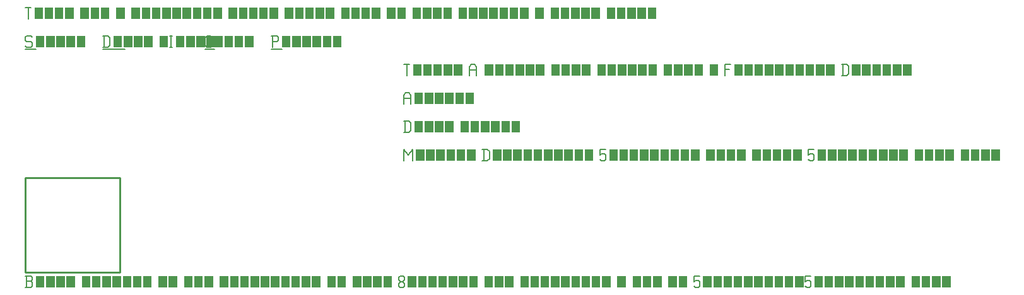
<source format=gbr>
G04 start of page 3 for group -1 layer_idx 16777221 *
G04 Title: A single zero length line, <virtual group> *
G04 Creator: <version>
G04 CreationDate: <date>
G04 For:  *
G04 Format: Gerber/RS-274X *
G04 PCB-Dimensions: 50000 50000 *
G04 PCB-Coordinate-Origin: lower left *
%MOIN*%
%FSLAX25Y25*%
%LNFAB*%
%ADD14C,0.0100*%
%ADD13C,0.0001*%
%ADD12C,0.0060*%
G54D12*X3000Y125000D02*X3750Y124250D01*
X750Y125000D02*X3000D01*
X0Y124250D02*X750Y125000D01*
X0Y124250D02*Y122750D01*
X750Y122000D01*
X3000D01*
X3750Y121250D01*
Y119750D01*
X3000Y119000D02*X3750Y119750D01*
X750Y119000D02*X3000D01*
X0Y119750D02*X750Y119000D01*
G54D13*G36*
X5550Y125000D02*Y119000D01*
X10050D01*
Y125000D01*
X5550D01*
G37*
G36*
X10950D02*Y119000D01*
X15450D01*
Y125000D01*
X10950D01*
G37*
G36*
X16350D02*Y119000D01*
X20850D01*
Y125000D01*
X16350D01*
G37*
G36*
X21750D02*Y119000D01*
X26250D01*
Y125000D01*
X21750D01*
G37*
G36*
X27150D02*Y119000D01*
X31650D01*
Y125000D01*
X27150D01*
G37*
G54D12*X0Y118000D02*X5550D01*
X41750Y125000D02*Y119000D01*
X43700Y125000D02*X44750Y123950D01*
Y120050D01*
X43700Y119000D02*X44750Y120050D01*
X41000Y119000D02*X43700D01*
X41000Y125000D02*X43700D01*
G54D13*G36*
X46550D02*Y119000D01*
X51050D01*
Y125000D01*
X46550D01*
G37*
G36*
X51950D02*Y119000D01*
X56450D01*
Y125000D01*
X51950D01*
G37*
G36*
X57350D02*Y119000D01*
X61850D01*
Y125000D01*
X57350D01*
G37*
G36*
X62750D02*Y119000D01*
X67250D01*
Y125000D01*
X62750D01*
G37*
G36*
X70850D02*Y119000D01*
X75350D01*
Y125000D01*
X70850D01*
G37*
G54D12*X76250D02*X77750D01*
X77000D02*Y119000D01*
X76250D02*X77750D01*
G54D13*G36*
X79550Y125000D02*Y119000D01*
X84050D01*
Y125000D01*
X79550D01*
G37*
G36*
X84950D02*Y119000D01*
X89450D01*
Y125000D01*
X84950D01*
G37*
G36*
X90350D02*Y119000D01*
X94850D01*
Y125000D01*
X90350D01*
G37*
G36*
X95750D02*Y119000D01*
X100250D01*
Y125000D01*
X95750D01*
G37*
G54D12*X41000Y118000D02*X52550D01*
X96050Y119000D02*X98000D01*
X95000Y120050D02*X96050Y119000D01*
X95000Y123950D02*Y120050D01*
Y123950D02*X96050Y125000D01*
X98000D01*
G54D13*G36*
X99800D02*Y119000D01*
X104300D01*
Y125000D01*
X99800D01*
G37*
G36*
X105200D02*Y119000D01*
X109700D01*
Y125000D01*
X105200D01*
G37*
G36*
X110600D02*Y119000D01*
X115100D01*
Y125000D01*
X110600D01*
G37*
G36*
X116000D02*Y119000D01*
X120500D01*
Y125000D01*
X116000D01*
G37*
G54D12*X95000Y118000D02*X99800D01*
X130750Y125000D02*Y119000D01*
X130000Y125000D02*X133000D01*
X133750Y124250D01*
Y122750D01*
X133000Y122000D02*X133750Y122750D01*
X130750Y122000D02*X133000D01*
G54D13*G36*
X135550Y125000D02*Y119000D01*
X140050D01*
Y125000D01*
X135550D01*
G37*
G36*
X140950D02*Y119000D01*
X145450D01*
Y125000D01*
X140950D01*
G37*
G36*
X146350D02*Y119000D01*
X150850D01*
Y125000D01*
X146350D01*
G37*
G36*
X151750D02*Y119000D01*
X156250D01*
Y125000D01*
X151750D01*
G37*
G36*
X157150D02*Y119000D01*
X161650D01*
Y125000D01*
X157150D01*
G37*
G36*
X162550D02*Y119000D01*
X167050D01*
Y125000D01*
X162550D01*
G37*
G54D12*X130000Y118000D02*X135550D01*
X0Y140000D02*X3000D01*
X1500D02*Y134000D01*
G54D13*G36*
X4800Y140000D02*Y134000D01*
X9300D01*
Y140000D01*
X4800D01*
G37*
G36*
X10200D02*Y134000D01*
X14700D01*
Y140000D01*
X10200D01*
G37*
G36*
X15600D02*Y134000D01*
X20100D01*
Y140000D01*
X15600D01*
G37*
G36*
X21000D02*Y134000D01*
X25500D01*
Y140000D01*
X21000D01*
G37*
G36*
X29100D02*Y134000D01*
X33600D01*
Y140000D01*
X29100D01*
G37*
G36*
X34500D02*Y134000D01*
X39000D01*
Y140000D01*
X34500D01*
G37*
G36*
X39900D02*Y134000D01*
X44400D01*
Y140000D01*
X39900D01*
G37*
G36*
X48000D02*Y134000D01*
X52500D01*
Y140000D01*
X48000D01*
G37*
G36*
X56100D02*Y134000D01*
X60600D01*
Y140000D01*
X56100D01*
G37*
G36*
X61500D02*Y134000D01*
X66000D01*
Y140000D01*
X61500D01*
G37*
G36*
X66900D02*Y134000D01*
X71400D01*
Y140000D01*
X66900D01*
G37*
G36*
X72300D02*Y134000D01*
X76800D01*
Y140000D01*
X72300D01*
G37*
G36*
X77700D02*Y134000D01*
X82200D01*
Y140000D01*
X77700D01*
G37*
G36*
X83100D02*Y134000D01*
X87600D01*
Y140000D01*
X83100D01*
G37*
G36*
X88500D02*Y134000D01*
X93000D01*
Y140000D01*
X88500D01*
G37*
G36*
X93900D02*Y134000D01*
X98400D01*
Y140000D01*
X93900D01*
G37*
G36*
X99300D02*Y134000D01*
X103800D01*
Y140000D01*
X99300D01*
G37*
G36*
X107400D02*Y134000D01*
X111900D01*
Y140000D01*
X107400D01*
G37*
G36*
X112800D02*Y134000D01*
X117300D01*
Y140000D01*
X112800D01*
G37*
G36*
X118200D02*Y134000D01*
X122700D01*
Y140000D01*
X118200D01*
G37*
G36*
X123600D02*Y134000D01*
X128100D01*
Y140000D01*
X123600D01*
G37*
G36*
X129000D02*Y134000D01*
X133500D01*
Y140000D01*
X129000D01*
G37*
G36*
X137100D02*Y134000D01*
X141600D01*
Y140000D01*
X137100D01*
G37*
G36*
X142500D02*Y134000D01*
X147000D01*
Y140000D01*
X142500D01*
G37*
G36*
X147900D02*Y134000D01*
X152400D01*
Y140000D01*
X147900D01*
G37*
G36*
X153300D02*Y134000D01*
X157800D01*
Y140000D01*
X153300D01*
G37*
G36*
X158700D02*Y134000D01*
X163200D01*
Y140000D01*
X158700D01*
G37*
G36*
X166800D02*Y134000D01*
X171300D01*
Y140000D01*
X166800D01*
G37*
G36*
X172200D02*Y134000D01*
X176700D01*
Y140000D01*
X172200D01*
G37*
G36*
X177600D02*Y134000D01*
X182100D01*
Y140000D01*
X177600D01*
G37*
G36*
X183000D02*Y134000D01*
X187500D01*
Y140000D01*
X183000D01*
G37*
G36*
X191100D02*Y134000D01*
X195600D01*
Y140000D01*
X191100D01*
G37*
G36*
X196500D02*Y134000D01*
X201000D01*
Y140000D01*
X196500D01*
G37*
G36*
X204600D02*Y134000D01*
X209100D01*
Y140000D01*
X204600D01*
G37*
G36*
X210000D02*Y134000D01*
X214500D01*
Y140000D01*
X210000D01*
G37*
G36*
X215400D02*Y134000D01*
X219900D01*
Y140000D01*
X215400D01*
G37*
G36*
X220800D02*Y134000D01*
X225300D01*
Y140000D01*
X220800D01*
G37*
G36*
X228900D02*Y134000D01*
X233400D01*
Y140000D01*
X228900D01*
G37*
G36*
X234300D02*Y134000D01*
X238800D01*
Y140000D01*
X234300D01*
G37*
G36*
X239700D02*Y134000D01*
X244200D01*
Y140000D01*
X239700D01*
G37*
G36*
X245100D02*Y134000D01*
X249600D01*
Y140000D01*
X245100D01*
G37*
G36*
X250500D02*Y134000D01*
X255000D01*
Y140000D01*
X250500D01*
G37*
G36*
X255900D02*Y134000D01*
X260400D01*
Y140000D01*
X255900D01*
G37*
G36*
X261300D02*Y134000D01*
X265800D01*
Y140000D01*
X261300D01*
G37*
G36*
X269400D02*Y134000D01*
X273900D01*
Y140000D01*
X269400D01*
G37*
G36*
X277500D02*Y134000D01*
X282000D01*
Y140000D01*
X277500D01*
G37*
G36*
X282900D02*Y134000D01*
X287400D01*
Y140000D01*
X282900D01*
G37*
G36*
X288300D02*Y134000D01*
X292800D01*
Y140000D01*
X288300D01*
G37*
G36*
X293700D02*Y134000D01*
X298200D01*
Y140000D01*
X293700D01*
G37*
G36*
X299100D02*Y134000D01*
X303600D01*
Y140000D01*
X299100D01*
G37*
G36*
X307200D02*Y134000D01*
X311700D01*
Y140000D01*
X307200D01*
G37*
G36*
X312600D02*Y134000D01*
X317100D01*
Y140000D01*
X312600D01*
G37*
G36*
X318000D02*Y134000D01*
X322500D01*
Y140000D01*
X318000D01*
G37*
G36*
X323400D02*Y134000D01*
X327900D01*
Y140000D01*
X323400D01*
G37*
G36*
X328800D02*Y134000D01*
X333300D01*
Y140000D01*
X328800D01*
G37*
G54D14*X0Y50000D02*X50000D01*
X0D02*Y0D01*
X50000Y50000D02*Y0D01*
X0D02*X50000D01*
G54D12*X200000Y65000D02*Y59000D01*
Y65000D02*X202250Y62000D01*
X204500Y65000D01*
Y59000D01*
G54D13*G36*
X206300Y65000D02*Y59000D01*
X210800D01*
Y65000D01*
X206300D01*
G37*
G36*
X211700D02*Y59000D01*
X216200D01*
Y65000D01*
X211700D01*
G37*
G36*
X217100D02*Y59000D01*
X221600D01*
Y65000D01*
X217100D01*
G37*
G36*
X222500D02*Y59000D01*
X227000D01*
Y65000D01*
X222500D01*
G37*
G36*
X227900D02*Y59000D01*
X232400D01*
Y65000D01*
X227900D01*
G37*
G36*
X233300D02*Y59000D01*
X237800D01*
Y65000D01*
X233300D01*
G37*
G54D12*X242150D02*Y59000D01*
X244100Y65000D02*X245150Y63950D01*
Y60050D01*
X244100Y59000D02*X245150Y60050D01*
X241400Y59000D02*X244100D01*
X241400Y65000D02*X244100D01*
G54D13*G36*
X246950D02*Y59000D01*
X251450D01*
Y65000D01*
X246950D01*
G37*
G36*
X252350D02*Y59000D01*
X256850D01*
Y65000D01*
X252350D01*
G37*
G36*
X257750D02*Y59000D01*
X262250D01*
Y65000D01*
X257750D01*
G37*
G36*
X263150D02*Y59000D01*
X267650D01*
Y65000D01*
X263150D01*
G37*
G36*
X268550D02*Y59000D01*
X273050D01*
Y65000D01*
X268550D01*
G37*
G36*
X273950D02*Y59000D01*
X278450D01*
Y65000D01*
X273950D01*
G37*
G36*
X279350D02*Y59000D01*
X283850D01*
Y65000D01*
X279350D01*
G37*
G36*
X284750D02*Y59000D01*
X289250D01*
Y65000D01*
X284750D01*
G37*
G36*
X290150D02*Y59000D01*
X294650D01*
Y65000D01*
X290150D01*
G37*
G36*
X295550D02*Y59000D01*
X300050D01*
Y65000D01*
X295550D01*
G37*
G54D12*X303650D02*X306650D01*
X303650D02*Y62000D01*
X304400Y62750D01*
X305900D01*
X306650Y62000D01*
Y59750D01*
X305900Y59000D02*X306650Y59750D01*
X304400Y59000D02*X305900D01*
X303650Y59750D02*X304400Y59000D01*
G54D13*G36*
X308450Y65000D02*Y59000D01*
X312950D01*
Y65000D01*
X308450D01*
G37*
G36*
X313850D02*Y59000D01*
X318350D01*
Y65000D01*
X313850D01*
G37*
G36*
X319250D02*Y59000D01*
X323750D01*
Y65000D01*
X319250D01*
G37*
G36*
X324650D02*Y59000D01*
X329150D01*
Y65000D01*
X324650D01*
G37*
G36*
X330050D02*Y59000D01*
X334550D01*
Y65000D01*
X330050D01*
G37*
G36*
X335450D02*Y59000D01*
X339950D01*
Y65000D01*
X335450D01*
G37*
G36*
X340850D02*Y59000D01*
X345350D01*
Y65000D01*
X340850D01*
G37*
G36*
X346250D02*Y59000D01*
X350750D01*
Y65000D01*
X346250D01*
G37*
G36*
X351650D02*Y59000D01*
X356150D01*
Y65000D01*
X351650D01*
G37*
G36*
X359750D02*Y59000D01*
X364250D01*
Y65000D01*
X359750D01*
G37*
G36*
X365150D02*Y59000D01*
X369650D01*
Y65000D01*
X365150D01*
G37*
G36*
X370550D02*Y59000D01*
X375050D01*
Y65000D01*
X370550D01*
G37*
G36*
X375950D02*Y59000D01*
X380450D01*
Y65000D01*
X375950D01*
G37*
G36*
X384050D02*Y59000D01*
X388550D01*
Y65000D01*
X384050D01*
G37*
G36*
X389450D02*Y59000D01*
X393950D01*
Y65000D01*
X389450D01*
G37*
G36*
X394850D02*Y59000D01*
X399350D01*
Y65000D01*
X394850D01*
G37*
G36*
X400250D02*Y59000D01*
X404750D01*
Y65000D01*
X400250D01*
G37*
G36*
X405650D02*Y59000D01*
X410150D01*
Y65000D01*
X405650D01*
G37*
G54D12*X413750D02*X416750D01*
X413750D02*Y62000D01*
X414500Y62750D01*
X416000D01*
X416750Y62000D01*
Y59750D01*
X416000Y59000D02*X416750Y59750D01*
X414500Y59000D02*X416000D01*
X413750Y59750D02*X414500Y59000D01*
G54D13*G36*
X418550Y65000D02*Y59000D01*
X423050D01*
Y65000D01*
X418550D01*
G37*
G36*
X423950D02*Y59000D01*
X428450D01*
Y65000D01*
X423950D01*
G37*
G36*
X429350D02*Y59000D01*
X433850D01*
Y65000D01*
X429350D01*
G37*
G36*
X434750D02*Y59000D01*
X439250D01*
Y65000D01*
X434750D01*
G37*
G36*
X440150D02*Y59000D01*
X444650D01*
Y65000D01*
X440150D01*
G37*
G36*
X445550D02*Y59000D01*
X450050D01*
Y65000D01*
X445550D01*
G37*
G36*
X450950D02*Y59000D01*
X455450D01*
Y65000D01*
X450950D01*
G37*
G36*
X456350D02*Y59000D01*
X460850D01*
Y65000D01*
X456350D01*
G37*
G36*
X461750D02*Y59000D01*
X466250D01*
Y65000D01*
X461750D01*
G37*
G36*
X469850D02*Y59000D01*
X474350D01*
Y65000D01*
X469850D01*
G37*
G36*
X475250D02*Y59000D01*
X479750D01*
Y65000D01*
X475250D01*
G37*
G36*
X480650D02*Y59000D01*
X485150D01*
Y65000D01*
X480650D01*
G37*
G36*
X486050D02*Y59000D01*
X490550D01*
Y65000D01*
X486050D01*
G37*
G36*
X494150D02*Y59000D01*
X498650D01*
Y65000D01*
X494150D01*
G37*
G36*
X499550D02*Y59000D01*
X504050D01*
Y65000D01*
X499550D01*
G37*
G36*
X504950D02*Y59000D01*
X509450D01*
Y65000D01*
X504950D01*
G37*
G36*
X510350D02*Y59000D01*
X514850D01*
Y65000D01*
X510350D01*
G37*
G54D12*X0Y-8000D02*X3000D01*
X3750Y-7250D01*
Y-5450D02*Y-7250D01*
X3000Y-4700D02*X3750Y-5450D01*
X750Y-4700D02*X3000D01*
X750Y-2000D02*Y-8000D01*
X0Y-2000D02*X3000D01*
X3750Y-2750D01*
Y-3950D01*
X3000Y-4700D02*X3750Y-3950D01*
G54D13*G36*
X5550Y-2000D02*Y-8000D01*
X10050D01*
Y-2000D01*
X5550D01*
G37*
G36*
X10950D02*Y-8000D01*
X15450D01*
Y-2000D01*
X10950D01*
G37*
G36*
X16350D02*Y-8000D01*
X20850D01*
Y-2000D01*
X16350D01*
G37*
G36*
X21750D02*Y-8000D01*
X26250D01*
Y-2000D01*
X21750D01*
G37*
G36*
X29850D02*Y-8000D01*
X34350D01*
Y-2000D01*
X29850D01*
G37*
G36*
X35250D02*Y-8000D01*
X39750D01*
Y-2000D01*
X35250D01*
G37*
G36*
X40650D02*Y-8000D01*
X45150D01*
Y-2000D01*
X40650D01*
G37*
G36*
X46050D02*Y-8000D01*
X50550D01*
Y-2000D01*
X46050D01*
G37*
G36*
X51450D02*Y-8000D01*
X55950D01*
Y-2000D01*
X51450D01*
G37*
G36*
X56850D02*Y-8000D01*
X61350D01*
Y-2000D01*
X56850D01*
G37*
G36*
X62250D02*Y-8000D01*
X66750D01*
Y-2000D01*
X62250D01*
G37*
G36*
X70350D02*Y-8000D01*
X74850D01*
Y-2000D01*
X70350D01*
G37*
G36*
X75750D02*Y-8000D01*
X80250D01*
Y-2000D01*
X75750D01*
G37*
G36*
X83850D02*Y-8000D01*
X88350D01*
Y-2000D01*
X83850D01*
G37*
G36*
X89250D02*Y-8000D01*
X93750D01*
Y-2000D01*
X89250D01*
G37*
G36*
X94650D02*Y-8000D01*
X99150D01*
Y-2000D01*
X94650D01*
G37*
G36*
X102750D02*Y-8000D01*
X107250D01*
Y-2000D01*
X102750D01*
G37*
G36*
X108150D02*Y-8000D01*
X112650D01*
Y-2000D01*
X108150D01*
G37*
G36*
X113550D02*Y-8000D01*
X118050D01*
Y-2000D01*
X113550D01*
G37*
G36*
X118950D02*Y-8000D01*
X123450D01*
Y-2000D01*
X118950D01*
G37*
G36*
X124350D02*Y-8000D01*
X128850D01*
Y-2000D01*
X124350D01*
G37*
G36*
X129750D02*Y-8000D01*
X134250D01*
Y-2000D01*
X129750D01*
G37*
G36*
X135150D02*Y-8000D01*
X139650D01*
Y-2000D01*
X135150D01*
G37*
G36*
X140550D02*Y-8000D01*
X145050D01*
Y-2000D01*
X140550D01*
G37*
G36*
X145950D02*Y-8000D01*
X150450D01*
Y-2000D01*
X145950D01*
G37*
G36*
X151350D02*Y-8000D01*
X155850D01*
Y-2000D01*
X151350D01*
G37*
G36*
X159450D02*Y-8000D01*
X163950D01*
Y-2000D01*
X159450D01*
G37*
G36*
X164850D02*Y-8000D01*
X169350D01*
Y-2000D01*
X164850D01*
G37*
G36*
X172950D02*Y-8000D01*
X177450D01*
Y-2000D01*
X172950D01*
G37*
G36*
X178350D02*Y-8000D01*
X182850D01*
Y-2000D01*
X178350D01*
G37*
G36*
X183750D02*Y-8000D01*
X188250D01*
Y-2000D01*
X183750D01*
G37*
G36*
X189150D02*Y-8000D01*
X193650D01*
Y-2000D01*
X189150D01*
G37*
G54D12*X197250Y-7250D02*X198000Y-8000D01*
X197250Y-6050D02*Y-7250D01*
Y-6050D02*X198300Y-5000D01*
X199200D01*
X200250Y-6050D01*
Y-7250D01*
X199500Y-8000D02*X200250Y-7250D01*
X198000Y-8000D02*X199500D01*
X197250Y-3950D02*X198300Y-5000D01*
X197250Y-2750D02*Y-3950D01*
Y-2750D02*X198000Y-2000D01*
X199500D01*
X200250Y-2750D01*
Y-3950D01*
X199200Y-5000D02*X200250Y-3950D01*
G54D13*G36*
X202050Y-2000D02*Y-8000D01*
X206550D01*
Y-2000D01*
X202050D01*
G37*
G36*
X207450D02*Y-8000D01*
X211950D01*
Y-2000D01*
X207450D01*
G37*
G36*
X212850D02*Y-8000D01*
X217350D01*
Y-2000D01*
X212850D01*
G37*
G36*
X218250D02*Y-8000D01*
X222750D01*
Y-2000D01*
X218250D01*
G37*
G36*
X223650D02*Y-8000D01*
X228150D01*
Y-2000D01*
X223650D01*
G37*
G36*
X229050D02*Y-8000D01*
X233550D01*
Y-2000D01*
X229050D01*
G37*
G36*
X234450D02*Y-8000D01*
X238950D01*
Y-2000D01*
X234450D01*
G37*
G36*
X242550D02*Y-8000D01*
X247050D01*
Y-2000D01*
X242550D01*
G37*
G36*
X247950D02*Y-8000D01*
X252450D01*
Y-2000D01*
X247950D01*
G37*
G36*
X253350D02*Y-8000D01*
X257850D01*
Y-2000D01*
X253350D01*
G37*
G36*
X261450D02*Y-8000D01*
X265950D01*
Y-2000D01*
X261450D01*
G37*
G36*
X266850D02*Y-8000D01*
X271350D01*
Y-2000D01*
X266850D01*
G37*
G36*
X272250D02*Y-8000D01*
X276750D01*
Y-2000D01*
X272250D01*
G37*
G36*
X277650D02*Y-8000D01*
X282150D01*
Y-2000D01*
X277650D01*
G37*
G36*
X283050D02*Y-8000D01*
X287550D01*
Y-2000D01*
X283050D01*
G37*
G36*
X288450D02*Y-8000D01*
X292950D01*
Y-2000D01*
X288450D01*
G37*
G36*
X293850D02*Y-8000D01*
X298350D01*
Y-2000D01*
X293850D01*
G37*
G36*
X299250D02*Y-8000D01*
X303750D01*
Y-2000D01*
X299250D01*
G37*
G36*
X304650D02*Y-8000D01*
X309150D01*
Y-2000D01*
X304650D01*
G37*
G36*
X312750D02*Y-8000D01*
X317250D01*
Y-2000D01*
X312750D01*
G37*
G36*
X320850D02*Y-8000D01*
X325350D01*
Y-2000D01*
X320850D01*
G37*
G36*
X326250D02*Y-8000D01*
X330750D01*
Y-2000D01*
X326250D01*
G37*
G36*
X331650D02*Y-8000D01*
X336150D01*
Y-2000D01*
X331650D01*
G37*
G36*
X339750D02*Y-8000D01*
X344250D01*
Y-2000D01*
X339750D01*
G37*
G36*
X345150D02*Y-8000D01*
X349650D01*
Y-2000D01*
X345150D01*
G37*
G54D12*X353250D02*X356250D01*
X353250D02*Y-5000D01*
X354000Y-4250D01*
X355500D01*
X356250Y-5000D01*
Y-7250D01*
X355500Y-8000D02*X356250Y-7250D01*
X354000Y-8000D02*X355500D01*
X353250Y-7250D02*X354000Y-8000D01*
G54D13*G36*
X358050Y-2000D02*Y-8000D01*
X362550D01*
Y-2000D01*
X358050D01*
G37*
G36*
X363450D02*Y-8000D01*
X367950D01*
Y-2000D01*
X363450D01*
G37*
G36*
X368850D02*Y-8000D01*
X373350D01*
Y-2000D01*
X368850D01*
G37*
G36*
X374250D02*Y-8000D01*
X378750D01*
Y-2000D01*
X374250D01*
G37*
G36*
X379650D02*Y-8000D01*
X384150D01*
Y-2000D01*
X379650D01*
G37*
G36*
X385050D02*Y-8000D01*
X389550D01*
Y-2000D01*
X385050D01*
G37*
G36*
X390450D02*Y-8000D01*
X394950D01*
Y-2000D01*
X390450D01*
G37*
G36*
X395850D02*Y-8000D01*
X400350D01*
Y-2000D01*
X395850D01*
G37*
G36*
X401250D02*Y-8000D01*
X405750D01*
Y-2000D01*
X401250D01*
G37*
G36*
X406650D02*Y-8000D01*
X411150D01*
Y-2000D01*
X406650D01*
G37*
G54D12*X412050D02*X415050D01*
X412050D02*Y-5000D01*
X412800Y-4250D01*
X414300D01*
X415050Y-5000D01*
Y-7250D01*
X414300Y-8000D02*X415050Y-7250D01*
X412800Y-8000D02*X414300D01*
X412050Y-7250D02*X412800Y-8000D01*
G54D13*G36*
X416850Y-2000D02*Y-8000D01*
X421350D01*
Y-2000D01*
X416850D01*
G37*
G36*
X422250D02*Y-8000D01*
X426750D01*
Y-2000D01*
X422250D01*
G37*
G36*
X427650D02*Y-8000D01*
X432150D01*
Y-2000D01*
X427650D01*
G37*
G36*
X433050D02*Y-8000D01*
X437550D01*
Y-2000D01*
X433050D01*
G37*
G36*
X438450D02*Y-8000D01*
X442950D01*
Y-2000D01*
X438450D01*
G37*
G36*
X443850D02*Y-8000D01*
X448350D01*
Y-2000D01*
X443850D01*
G37*
G36*
X449250D02*Y-8000D01*
X453750D01*
Y-2000D01*
X449250D01*
G37*
G36*
X454650D02*Y-8000D01*
X459150D01*
Y-2000D01*
X454650D01*
G37*
G36*
X460050D02*Y-8000D01*
X464550D01*
Y-2000D01*
X460050D01*
G37*
G36*
X468150D02*Y-8000D01*
X472650D01*
Y-2000D01*
X468150D01*
G37*
G36*
X473550D02*Y-8000D01*
X478050D01*
Y-2000D01*
X473550D01*
G37*
G36*
X478950D02*Y-8000D01*
X483450D01*
Y-2000D01*
X478950D01*
G37*
G36*
X484350D02*Y-8000D01*
X488850D01*
Y-2000D01*
X484350D01*
G37*
G54D12*X200750Y80000D02*Y74000D01*
X202700Y80000D02*X203750Y78950D01*
Y75050D01*
X202700Y74000D02*X203750Y75050D01*
X200000Y74000D02*X202700D01*
X200000Y80000D02*X202700D01*
G54D13*G36*
X205550D02*Y74000D01*
X210050D01*
Y80000D01*
X205550D01*
G37*
G36*
X210950D02*Y74000D01*
X215450D01*
Y80000D01*
X210950D01*
G37*
G36*
X216350D02*Y74000D01*
X220850D01*
Y80000D01*
X216350D01*
G37*
G36*
X221750D02*Y74000D01*
X226250D01*
Y80000D01*
X221750D01*
G37*
G36*
X229850D02*Y74000D01*
X234350D01*
Y80000D01*
X229850D01*
G37*
G36*
X235250D02*Y74000D01*
X239750D01*
Y80000D01*
X235250D01*
G37*
G36*
X240650D02*Y74000D01*
X245150D01*
Y80000D01*
X240650D01*
G37*
G36*
X246050D02*Y74000D01*
X250550D01*
Y80000D01*
X246050D01*
G37*
G36*
X251450D02*Y74000D01*
X255950D01*
Y80000D01*
X251450D01*
G37*
G36*
X256850D02*Y74000D01*
X261350D01*
Y80000D01*
X256850D01*
G37*
G54D12*X200000Y93500D02*Y89000D01*
Y93500D02*X201050Y95000D01*
X202700D01*
X203750Y93500D01*
Y89000D01*
X200000Y92000D02*X203750D01*
G54D13*G36*
X205550Y95000D02*Y89000D01*
X210050D01*
Y95000D01*
X205550D01*
G37*
G36*
X210950D02*Y89000D01*
X215450D01*
Y95000D01*
X210950D01*
G37*
G36*
X216350D02*Y89000D01*
X220850D01*
Y95000D01*
X216350D01*
G37*
G36*
X221750D02*Y89000D01*
X226250D01*
Y95000D01*
X221750D01*
G37*
G36*
X227150D02*Y89000D01*
X231650D01*
Y95000D01*
X227150D01*
G37*
G36*
X232550D02*Y89000D01*
X237050D01*
Y95000D01*
X232550D01*
G37*
G54D12*X200000Y110000D02*X203000D01*
X201500D02*Y104000D01*
G54D13*G36*
X204800Y110000D02*Y104000D01*
X209300D01*
Y110000D01*
X204800D01*
G37*
G36*
X210200D02*Y104000D01*
X214700D01*
Y110000D01*
X210200D01*
G37*
G36*
X215600D02*Y104000D01*
X220100D01*
Y110000D01*
X215600D01*
G37*
G36*
X221000D02*Y104000D01*
X225500D01*
Y110000D01*
X221000D01*
G37*
G36*
X226400D02*Y104000D01*
X230900D01*
Y110000D01*
X226400D01*
G37*
G54D12*X234500Y108500D02*Y104000D01*
Y108500D02*X235550Y110000D01*
X237200D01*
X238250Y108500D01*
Y104000D01*
X234500Y107000D02*X238250D01*
G54D13*G36*
X242750Y110000D02*Y104000D01*
X247250D01*
Y110000D01*
X242750D01*
G37*
G36*
X248150D02*Y104000D01*
X252650D01*
Y110000D01*
X248150D01*
G37*
G36*
X253550D02*Y104000D01*
X258050D01*
Y110000D01*
X253550D01*
G37*
G36*
X258950D02*Y104000D01*
X263450D01*
Y110000D01*
X258950D01*
G37*
G36*
X264350D02*Y104000D01*
X268850D01*
Y110000D01*
X264350D01*
G37*
G36*
X269750D02*Y104000D01*
X274250D01*
Y110000D01*
X269750D01*
G37*
G36*
X277850D02*Y104000D01*
X282350D01*
Y110000D01*
X277850D01*
G37*
G36*
X283250D02*Y104000D01*
X287750D01*
Y110000D01*
X283250D01*
G37*
G36*
X288650D02*Y104000D01*
X293150D01*
Y110000D01*
X288650D01*
G37*
G36*
X294050D02*Y104000D01*
X298550D01*
Y110000D01*
X294050D01*
G37*
G36*
X302150D02*Y104000D01*
X306650D01*
Y110000D01*
X302150D01*
G37*
G36*
X307550D02*Y104000D01*
X312050D01*
Y110000D01*
X307550D01*
G37*
G36*
X312950D02*Y104000D01*
X317450D01*
Y110000D01*
X312950D01*
G37*
G36*
X318350D02*Y104000D01*
X322850D01*
Y110000D01*
X318350D01*
G37*
G36*
X323750D02*Y104000D01*
X328250D01*
Y110000D01*
X323750D01*
G37*
G36*
X329150D02*Y104000D01*
X333650D01*
Y110000D01*
X329150D01*
G37*
G36*
X337250D02*Y104000D01*
X341750D01*
Y110000D01*
X337250D01*
G37*
G36*
X342650D02*Y104000D01*
X347150D01*
Y110000D01*
X342650D01*
G37*
G36*
X348050D02*Y104000D01*
X352550D01*
Y110000D01*
X348050D01*
G37*
G36*
X353450D02*Y104000D01*
X357950D01*
Y110000D01*
X353450D01*
G37*
G36*
X361550D02*Y104000D01*
X366050D01*
Y110000D01*
X361550D01*
G37*
G54D12*X369650D02*Y104000D01*
Y110000D02*X372650D01*
X369650Y107300D02*X371900D01*
G54D13*G36*
X374450Y110000D02*Y104000D01*
X378950D01*
Y110000D01*
X374450D01*
G37*
G36*
X379850D02*Y104000D01*
X384350D01*
Y110000D01*
X379850D01*
G37*
G36*
X385250D02*Y104000D01*
X389750D01*
Y110000D01*
X385250D01*
G37*
G36*
X390650D02*Y104000D01*
X395150D01*
Y110000D01*
X390650D01*
G37*
G36*
X396050D02*Y104000D01*
X400550D01*
Y110000D01*
X396050D01*
G37*
G36*
X401450D02*Y104000D01*
X405950D01*
Y110000D01*
X401450D01*
G37*
G36*
X406850D02*Y104000D01*
X411350D01*
Y110000D01*
X406850D01*
G37*
G36*
X412250D02*Y104000D01*
X416750D01*
Y110000D01*
X412250D01*
G37*
G36*
X417650D02*Y104000D01*
X422150D01*
Y110000D01*
X417650D01*
G37*
G36*
X423050D02*Y104000D01*
X427550D01*
Y110000D01*
X423050D01*
G37*
G54D12*X431900D02*Y104000D01*
X433850Y110000D02*X434900Y108950D01*
Y105050D01*
X433850Y104000D02*X434900Y105050D01*
X431150Y104000D02*X433850D01*
X431150Y110000D02*X433850D01*
G54D13*G36*
X436700D02*Y104000D01*
X441200D01*
Y110000D01*
X436700D01*
G37*
G36*
X442100D02*Y104000D01*
X446600D01*
Y110000D01*
X442100D01*
G37*
G36*
X447500D02*Y104000D01*
X452000D01*
Y110000D01*
X447500D01*
G37*
G36*
X452900D02*Y104000D01*
X457400D01*
Y110000D01*
X452900D01*
G37*
G36*
X458300D02*Y104000D01*
X462800D01*
Y110000D01*
X458300D01*
G37*
G36*
X463700D02*Y104000D01*
X468200D01*
Y110000D01*
X463700D01*
G37*
M02*

</source>
